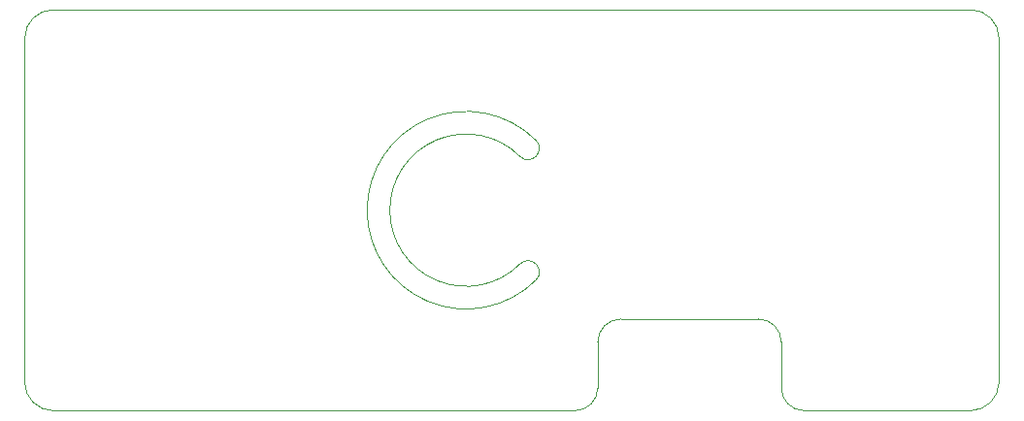
<source format=gbr>
%TF.GenerationSoftware,KiCad,Pcbnew,8.0.6*%
%TF.CreationDate,2024-10-17T21:48:29+02:00*%
%TF.ProjectId,weatherStationBoard,77656174-6865-4725-9374-6174696f6e42,rev?*%
%TF.SameCoordinates,Original*%
%TF.FileFunction,Profile,NP*%
%FSLAX46Y46*%
G04 Gerber Fmt 4.6, Leading zero omitted, Abs format (unit mm)*
G04 Created by KiCad (PCBNEW 8.0.6) date 2024-10-17 21:48:29*
%MOMM*%
%LPD*%
G01*
G04 APERTURE LIST*
%TA.AperFunction,Profile*%
%ADD10C,0.100000*%
%TD*%
%TA.AperFunction,Profile*%
%ADD11C,0.050000*%
%TD*%
G04 APERTURE END LIST*
D10*
X190599999Y-107400001D02*
G75*
G02*
X189199999Y-108800001I-700000J-700000D01*
G01*
X190599999Y-119599999D02*
G75*
G02*
X190599999Y-107400001I-6099999J6099999D01*
G01*
D11*
X196000000Y-125000000D02*
X196000000Y-129000000D01*
X228500000Y-96000000D02*
G75*
G02*
X231000000Y-98500000I0J-2500000D01*
G01*
X231000000Y-98500000D02*
X231000000Y-128500000D01*
D10*
X189199999Y-118199999D02*
G75*
G02*
X189199999Y-108800001I-4699999J4699999D01*
G01*
D11*
X210000000Y-123000000D02*
G75*
G02*
X212000000Y-125000000I0J-2000000D01*
G01*
X146000000Y-98500000D02*
G75*
G02*
X148500000Y-96000000I2500000J0D01*
G01*
X210000000Y-123000000D02*
X198000000Y-123000000D01*
X196000000Y-129000000D02*
G75*
G02*
X194000000Y-131000000I-2000000J0D01*
G01*
X231000000Y-128500000D02*
G75*
G02*
X228500000Y-131000000I-2500000J0D01*
G01*
X194000000Y-131000000D02*
X148500000Y-131000000D01*
X212000000Y-129000000D02*
X212000000Y-125000000D01*
X148500000Y-96000000D02*
X228500000Y-96000000D01*
X148500000Y-131000000D02*
G75*
G02*
X146000000Y-128500000I0J2500000D01*
G01*
X214000000Y-131000000D02*
G75*
G02*
X212000000Y-129000000I0J2000000D01*
G01*
D10*
X189199999Y-118199999D02*
G75*
G02*
X190599999Y-119599999I700000J-700000D01*
G01*
D11*
X196000000Y-125000000D02*
G75*
G02*
X198000000Y-123000000I2000000J0D01*
G01*
X146000000Y-128500000D02*
X146000000Y-98500000D01*
X228500000Y-131000000D02*
X214000000Y-131000000D01*
M02*

</source>
